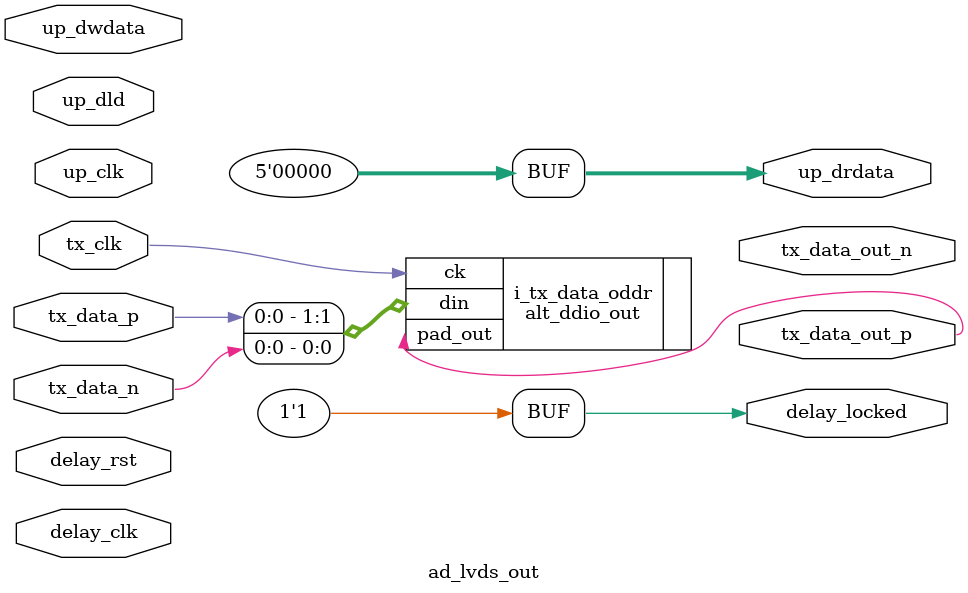
<source format=v>

`timescale 1ns/100ps

module ad_lvds_out (

  // data interface

  tx_clk,
  tx_data_p,
  tx_data_n,
  tx_data_out_p,
  tx_data_out_n,

  // delay-data interface

  up_clk,
  up_dld,
  up_dwdata,
  up_drdata,

  // delay-cntrl interface

  delay_clk,
  delay_rst,
  delay_locked);

  // parameters

  parameter   DEVICE_TYPE = 0;
  parameter   SINGLE_ENDED = 0;
  parameter   IODELAY_ENABLE = 0;
  parameter   IODELAY_CTRL = 0;
  parameter   IODELAY_GROUP = "dev_if_delay_group";

  // data interface

  input               tx_clk;
  input               tx_data_p;
  input               tx_data_n;
  output              tx_data_out_p;
  output              tx_data_out_n;

  // delay-data interface

  input               up_clk;
  input               up_dld;
  input       [ 4:0]  up_dwdata;
  output      [ 4:0]  up_drdata;

  // delay-cntrl interface

  input               delay_clk;
  input               delay_rst;
  output              delay_locked;

  // defaults

  assign up_drdata = 5'd0;
  assign delay_locked = 1'b1;

  // instantiations

  alt_ddio_out i_tx_data_oddr (
    .ck (tx_clk),
    .din ({tx_data_p, tx_data_n}),
    .pad_out (tx_data_out_p));

endmodule

// ***************************************************************************
// ***************************************************************************

</source>
